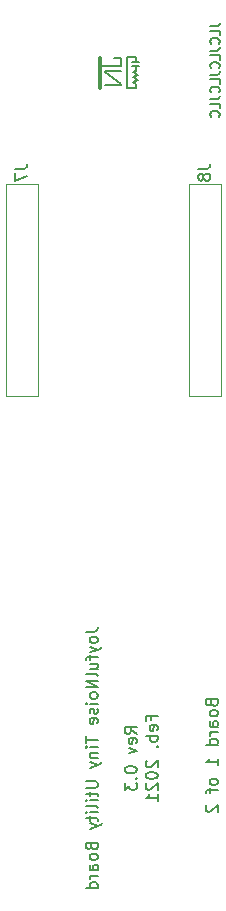
<source format=gbr>
G04 #@! TF.GenerationSoftware,KiCad,Pcbnew,(5.1.9-0-10_14)*
G04 #@! TF.CreationDate,2021-02-07T03:36:00-06:00*
G04 #@! TF.ProjectId,JNTUB_board1,4a4e5455-425f-4626-9f61-7264312e6b69,rev?*
G04 #@! TF.SameCoordinates,Original*
G04 #@! TF.FileFunction,Legend,Bot*
G04 #@! TF.FilePolarity,Positive*
%FSLAX46Y46*%
G04 Gerber Fmt 4.6, Leading zero omitted, Abs format (unit mm)*
G04 Created by KiCad (PCBNEW (5.1.9-0-10_14)) date 2021-02-07 03:36:00*
%MOMM*%
%LPD*%
G01*
G04 APERTURE LIST*
%ADD10C,0.150000*%
%ADD11C,0.200000*%
%ADD12C,0.300000*%
%ADD13C,0.120000*%
G04 APERTURE END LIST*
D10*
X235781904Y-76970547D02*
X236353333Y-76970547D01*
X236467619Y-76932452D01*
X236543809Y-76856261D01*
X236581904Y-76741976D01*
X236581904Y-76665785D01*
X236581904Y-77732452D02*
X236581904Y-77351500D01*
X235781904Y-77351500D01*
X236505714Y-78456261D02*
X236543809Y-78418166D01*
X236581904Y-78303880D01*
X236581904Y-78227690D01*
X236543809Y-78113404D01*
X236467619Y-78037214D01*
X236391428Y-77999119D01*
X236239047Y-77961023D01*
X236124761Y-77961023D01*
X235972380Y-77999119D01*
X235896190Y-78037214D01*
X235820000Y-78113404D01*
X235781904Y-78227690D01*
X235781904Y-78303880D01*
X235820000Y-78418166D01*
X235858095Y-78456261D01*
X235781904Y-79027690D02*
X236353333Y-79027690D01*
X236467619Y-78989595D01*
X236543809Y-78913404D01*
X236581904Y-78799119D01*
X236581904Y-78722928D01*
X236581904Y-79789595D02*
X236581904Y-79408642D01*
X235781904Y-79408642D01*
X236505714Y-80513404D02*
X236543809Y-80475309D01*
X236581904Y-80361023D01*
X236581904Y-80284833D01*
X236543809Y-80170547D01*
X236467619Y-80094357D01*
X236391428Y-80056261D01*
X236239047Y-80018166D01*
X236124761Y-80018166D01*
X235972380Y-80056261D01*
X235896190Y-80094357D01*
X235820000Y-80170547D01*
X235781904Y-80284833D01*
X235781904Y-80361023D01*
X235820000Y-80475309D01*
X235858095Y-80513404D01*
X235781904Y-81084833D02*
X236353333Y-81084833D01*
X236467619Y-81046738D01*
X236543809Y-80970547D01*
X236581904Y-80856261D01*
X236581904Y-80780071D01*
X236581904Y-81846738D02*
X236581904Y-81465785D01*
X235781904Y-81465785D01*
X236505714Y-82570547D02*
X236543809Y-82532452D01*
X236581904Y-82418166D01*
X236581904Y-82341976D01*
X236543809Y-82227690D01*
X236467619Y-82151500D01*
X236391428Y-82113404D01*
X236239047Y-82075309D01*
X236124761Y-82075309D01*
X235972380Y-82113404D01*
X235896190Y-82151500D01*
X235820000Y-82227690D01*
X235781904Y-82341976D01*
X235781904Y-82418166D01*
X235820000Y-82532452D01*
X235858095Y-82570547D01*
X235781904Y-83141976D02*
X236353333Y-83141976D01*
X236467619Y-83103880D01*
X236543809Y-83027690D01*
X236581904Y-82913404D01*
X236581904Y-82837214D01*
X236581904Y-83903880D02*
X236581904Y-83522928D01*
X235781904Y-83522928D01*
X236505714Y-84627690D02*
X236543809Y-84589595D01*
X236581904Y-84475309D01*
X236581904Y-84399119D01*
X236543809Y-84284833D01*
X236467619Y-84208642D01*
X236391428Y-84170547D01*
X236239047Y-84132452D01*
X236124761Y-84132452D01*
X235972380Y-84170547D01*
X235896190Y-84208642D01*
X235820000Y-84284833D01*
X235781904Y-84399119D01*
X235781904Y-84475309D01*
X235820000Y-84589595D01*
X235858095Y-84627690D01*
D11*
X235894571Y-134255428D02*
X235942190Y-134398285D01*
X235989809Y-134445904D01*
X236085047Y-134493523D01*
X236227904Y-134493523D01*
X236323142Y-134445904D01*
X236370761Y-134398285D01*
X236418380Y-134303047D01*
X236418380Y-133922095D01*
X235418380Y-133922095D01*
X235418380Y-134255428D01*
X235466000Y-134350666D01*
X235513619Y-134398285D01*
X235608857Y-134445904D01*
X235704095Y-134445904D01*
X235799333Y-134398285D01*
X235846952Y-134350666D01*
X235894571Y-134255428D01*
X235894571Y-133922095D01*
X236418380Y-135064952D02*
X236370761Y-134969714D01*
X236323142Y-134922095D01*
X236227904Y-134874476D01*
X235942190Y-134874476D01*
X235846952Y-134922095D01*
X235799333Y-134969714D01*
X235751714Y-135064952D01*
X235751714Y-135207809D01*
X235799333Y-135303047D01*
X235846952Y-135350666D01*
X235942190Y-135398285D01*
X236227904Y-135398285D01*
X236323142Y-135350666D01*
X236370761Y-135303047D01*
X236418380Y-135207809D01*
X236418380Y-135064952D01*
X236418380Y-136255428D02*
X235894571Y-136255428D01*
X235799333Y-136207809D01*
X235751714Y-136112571D01*
X235751714Y-135922095D01*
X235799333Y-135826857D01*
X236370761Y-136255428D02*
X236418380Y-136160190D01*
X236418380Y-135922095D01*
X236370761Y-135826857D01*
X236275523Y-135779238D01*
X236180285Y-135779238D01*
X236085047Y-135826857D01*
X236037428Y-135922095D01*
X236037428Y-136160190D01*
X235989809Y-136255428D01*
X236418380Y-136731619D02*
X235751714Y-136731619D01*
X235942190Y-136731619D02*
X235846952Y-136779238D01*
X235799333Y-136826857D01*
X235751714Y-136922095D01*
X235751714Y-137017333D01*
X236418380Y-137779238D02*
X235418380Y-137779238D01*
X236370761Y-137779238D02*
X236418380Y-137684000D01*
X236418380Y-137493523D01*
X236370761Y-137398285D01*
X236323142Y-137350666D01*
X236227904Y-137303047D01*
X235942190Y-137303047D01*
X235846952Y-137350666D01*
X235799333Y-137398285D01*
X235751714Y-137493523D01*
X235751714Y-137684000D01*
X235799333Y-137779238D01*
X236418380Y-139541142D02*
X236418380Y-138969714D01*
X236418380Y-139255428D02*
X235418380Y-139255428D01*
X235561238Y-139160190D01*
X235656476Y-139064952D01*
X235704095Y-138969714D01*
X236418380Y-140874476D02*
X236370761Y-140779238D01*
X236323142Y-140731619D01*
X236227904Y-140684000D01*
X235942190Y-140684000D01*
X235846952Y-140731619D01*
X235799333Y-140779238D01*
X235751714Y-140874476D01*
X235751714Y-141017333D01*
X235799333Y-141112571D01*
X235846952Y-141160190D01*
X235942190Y-141207809D01*
X236227904Y-141207809D01*
X236323142Y-141160190D01*
X236370761Y-141112571D01*
X236418380Y-141017333D01*
X236418380Y-140874476D01*
X235751714Y-141493523D02*
X235751714Y-141874476D01*
X236418380Y-141636380D02*
X235561238Y-141636380D01*
X235466000Y-141684000D01*
X235418380Y-141779238D01*
X235418380Y-141874476D01*
X235513619Y-142922095D02*
X235466000Y-142969714D01*
X235418380Y-143064952D01*
X235418380Y-143303047D01*
X235466000Y-143398285D01*
X235513619Y-143445904D01*
X235608857Y-143493523D01*
X235704095Y-143493523D01*
X235846952Y-143445904D01*
X236418380Y-142874476D01*
X236418380Y-143493523D01*
X229560380Y-136866571D02*
X229084190Y-136533238D01*
X229560380Y-136295142D02*
X228560380Y-136295142D01*
X228560380Y-136676095D01*
X228608000Y-136771333D01*
X228655619Y-136818952D01*
X228750857Y-136866571D01*
X228893714Y-136866571D01*
X228988952Y-136818952D01*
X229036571Y-136771333D01*
X229084190Y-136676095D01*
X229084190Y-136295142D01*
X229512761Y-137676095D02*
X229560380Y-137580857D01*
X229560380Y-137390380D01*
X229512761Y-137295142D01*
X229417523Y-137247523D01*
X229036571Y-137247523D01*
X228941333Y-137295142D01*
X228893714Y-137390380D01*
X228893714Y-137580857D01*
X228941333Y-137676095D01*
X229036571Y-137723714D01*
X229131809Y-137723714D01*
X229227047Y-137247523D01*
X228893714Y-138057047D02*
X229560380Y-138295142D01*
X228893714Y-138533238D01*
X228560380Y-139866571D02*
X228560380Y-139961809D01*
X228608000Y-140057047D01*
X228655619Y-140104666D01*
X228750857Y-140152285D01*
X228941333Y-140199904D01*
X229179428Y-140199904D01*
X229369904Y-140152285D01*
X229465142Y-140104666D01*
X229512761Y-140057047D01*
X229560380Y-139961809D01*
X229560380Y-139866571D01*
X229512761Y-139771333D01*
X229465142Y-139723714D01*
X229369904Y-139676095D01*
X229179428Y-139628476D01*
X228941333Y-139628476D01*
X228750857Y-139676095D01*
X228655619Y-139723714D01*
X228608000Y-139771333D01*
X228560380Y-139866571D01*
X229465142Y-140628476D02*
X229512761Y-140676095D01*
X229560380Y-140628476D01*
X229512761Y-140580857D01*
X229465142Y-140628476D01*
X229560380Y-140628476D01*
X228560380Y-141009428D02*
X228560380Y-141628476D01*
X228941333Y-141295142D01*
X228941333Y-141438000D01*
X228988952Y-141533238D01*
X229036571Y-141580857D01*
X229131809Y-141628476D01*
X229369904Y-141628476D01*
X229465142Y-141580857D01*
X229512761Y-141533238D01*
X229560380Y-141438000D01*
X229560380Y-141152285D01*
X229512761Y-141057047D01*
X229465142Y-141009428D01*
X230814571Y-135676095D02*
X230814571Y-135342761D01*
X231338380Y-135342761D02*
X230338380Y-135342761D01*
X230338380Y-135818952D01*
X231290761Y-136580857D02*
X231338380Y-136485619D01*
X231338380Y-136295142D01*
X231290761Y-136199904D01*
X231195523Y-136152285D01*
X230814571Y-136152285D01*
X230719333Y-136199904D01*
X230671714Y-136295142D01*
X230671714Y-136485619D01*
X230719333Y-136580857D01*
X230814571Y-136628476D01*
X230909809Y-136628476D01*
X231005047Y-136152285D01*
X231338380Y-137057047D02*
X230338380Y-137057047D01*
X230719333Y-137057047D02*
X230671714Y-137152285D01*
X230671714Y-137342761D01*
X230719333Y-137438000D01*
X230766952Y-137485619D01*
X230862190Y-137533238D01*
X231147904Y-137533238D01*
X231243142Y-137485619D01*
X231290761Y-137438000D01*
X231338380Y-137342761D01*
X231338380Y-137152285D01*
X231290761Y-137057047D01*
X231243142Y-137961809D02*
X231290761Y-138009428D01*
X231338380Y-137961809D01*
X231290761Y-137914190D01*
X231243142Y-137961809D01*
X231338380Y-137961809D01*
X230433619Y-139152285D02*
X230386000Y-139199904D01*
X230338380Y-139295142D01*
X230338380Y-139533238D01*
X230386000Y-139628476D01*
X230433619Y-139676095D01*
X230528857Y-139723714D01*
X230624095Y-139723714D01*
X230766952Y-139676095D01*
X231338380Y-139104666D01*
X231338380Y-139723714D01*
X230338380Y-140342761D02*
X230338380Y-140438000D01*
X230386000Y-140533238D01*
X230433619Y-140580857D01*
X230528857Y-140628476D01*
X230719333Y-140676095D01*
X230957428Y-140676095D01*
X231147904Y-140628476D01*
X231243142Y-140580857D01*
X231290761Y-140533238D01*
X231338380Y-140438000D01*
X231338380Y-140342761D01*
X231290761Y-140247523D01*
X231243142Y-140199904D01*
X231147904Y-140152285D01*
X230957428Y-140104666D01*
X230719333Y-140104666D01*
X230528857Y-140152285D01*
X230433619Y-140199904D01*
X230386000Y-140247523D01*
X230338380Y-140342761D01*
X230433619Y-141057047D02*
X230386000Y-141104666D01*
X230338380Y-141199904D01*
X230338380Y-141438000D01*
X230386000Y-141533238D01*
X230433619Y-141580857D01*
X230528857Y-141628476D01*
X230624095Y-141628476D01*
X230766952Y-141580857D01*
X231338380Y-141009428D01*
X231338380Y-141628476D01*
X231338380Y-142580857D02*
X231338380Y-142009428D01*
X231338380Y-142295142D02*
X230338380Y-142295142D01*
X230481238Y-142199904D01*
X230576476Y-142104666D01*
X230624095Y-142009428D01*
X225258380Y-128223714D02*
X225972666Y-128223714D01*
X226115523Y-128176095D01*
X226210761Y-128080857D01*
X226258380Y-127938000D01*
X226258380Y-127842761D01*
X226258380Y-128842761D02*
X226210761Y-128747523D01*
X226163142Y-128699904D01*
X226067904Y-128652285D01*
X225782190Y-128652285D01*
X225686952Y-128699904D01*
X225639333Y-128747523D01*
X225591714Y-128842761D01*
X225591714Y-128985619D01*
X225639333Y-129080857D01*
X225686952Y-129128476D01*
X225782190Y-129176095D01*
X226067904Y-129176095D01*
X226163142Y-129128476D01*
X226210761Y-129080857D01*
X226258380Y-128985619D01*
X226258380Y-128842761D01*
X225591714Y-129509428D02*
X226258380Y-129747523D01*
X225591714Y-129985619D02*
X226258380Y-129747523D01*
X226496476Y-129652285D01*
X226544095Y-129604666D01*
X226591714Y-129509428D01*
X225591714Y-130223714D02*
X225591714Y-130604666D01*
X226258380Y-130366571D02*
X225401238Y-130366571D01*
X225306000Y-130414190D01*
X225258380Y-130509428D01*
X225258380Y-130604666D01*
X225591714Y-131366571D02*
X226258380Y-131366571D01*
X225591714Y-130938000D02*
X226115523Y-130938000D01*
X226210761Y-130985619D01*
X226258380Y-131080857D01*
X226258380Y-131223714D01*
X226210761Y-131318952D01*
X226163142Y-131366571D01*
X226258380Y-131985619D02*
X226210761Y-131890380D01*
X226115523Y-131842761D01*
X225258380Y-131842761D01*
X226258380Y-132366571D02*
X225258380Y-132366571D01*
X226258380Y-132938000D01*
X225258380Y-132938000D01*
X226258380Y-133557047D02*
X226210761Y-133461809D01*
X226163142Y-133414190D01*
X226067904Y-133366571D01*
X225782190Y-133366571D01*
X225686952Y-133414190D01*
X225639333Y-133461809D01*
X225591714Y-133557047D01*
X225591714Y-133699904D01*
X225639333Y-133795142D01*
X225686952Y-133842761D01*
X225782190Y-133890380D01*
X226067904Y-133890380D01*
X226163142Y-133842761D01*
X226210761Y-133795142D01*
X226258380Y-133699904D01*
X226258380Y-133557047D01*
X226258380Y-134318952D02*
X225591714Y-134318952D01*
X225258380Y-134318952D02*
X225306000Y-134271333D01*
X225353619Y-134318952D01*
X225306000Y-134366571D01*
X225258380Y-134318952D01*
X225353619Y-134318952D01*
X226210761Y-134747523D02*
X226258380Y-134842761D01*
X226258380Y-135033238D01*
X226210761Y-135128476D01*
X226115523Y-135176095D01*
X226067904Y-135176095D01*
X225972666Y-135128476D01*
X225925047Y-135033238D01*
X225925047Y-134890380D01*
X225877428Y-134795142D01*
X225782190Y-134747523D01*
X225734571Y-134747523D01*
X225639333Y-134795142D01*
X225591714Y-134890380D01*
X225591714Y-135033238D01*
X225639333Y-135128476D01*
X226210761Y-135985619D02*
X226258380Y-135890380D01*
X226258380Y-135699904D01*
X226210761Y-135604666D01*
X226115523Y-135557047D01*
X225734571Y-135557047D01*
X225639333Y-135604666D01*
X225591714Y-135699904D01*
X225591714Y-135890380D01*
X225639333Y-135985619D01*
X225734571Y-136033238D01*
X225829809Y-136033238D01*
X225925047Y-135557047D01*
X225258380Y-137080857D02*
X225258380Y-137652285D01*
X226258380Y-137366571D02*
X225258380Y-137366571D01*
X226258380Y-137985619D02*
X225591714Y-137985619D01*
X225258380Y-137985619D02*
X225306000Y-137938000D01*
X225353619Y-137985619D01*
X225306000Y-138033238D01*
X225258380Y-137985619D01*
X225353619Y-137985619D01*
X225591714Y-138461809D02*
X226258380Y-138461809D01*
X225686952Y-138461809D02*
X225639333Y-138509428D01*
X225591714Y-138604666D01*
X225591714Y-138747523D01*
X225639333Y-138842761D01*
X225734571Y-138890380D01*
X226258380Y-138890380D01*
X225591714Y-139271333D02*
X226258380Y-139509428D01*
X225591714Y-139747523D02*
X226258380Y-139509428D01*
X226496476Y-139414190D01*
X226544095Y-139366571D01*
X226591714Y-139271333D01*
X225258380Y-140890380D02*
X226067904Y-140890380D01*
X226163142Y-140938000D01*
X226210761Y-140985619D01*
X226258380Y-141080857D01*
X226258380Y-141271333D01*
X226210761Y-141366571D01*
X226163142Y-141414190D01*
X226067904Y-141461809D01*
X225258380Y-141461809D01*
X225591714Y-141795142D02*
X225591714Y-142176095D01*
X225258380Y-141938000D02*
X226115523Y-141938000D01*
X226210761Y-141985619D01*
X226258380Y-142080857D01*
X226258380Y-142176095D01*
X226258380Y-142509428D02*
X225591714Y-142509428D01*
X225258380Y-142509428D02*
X225306000Y-142461809D01*
X225353619Y-142509428D01*
X225306000Y-142557047D01*
X225258380Y-142509428D01*
X225353619Y-142509428D01*
X226258380Y-143128476D02*
X226210761Y-143033238D01*
X226115523Y-142985619D01*
X225258380Y-142985619D01*
X226258380Y-143509428D02*
X225591714Y-143509428D01*
X225258380Y-143509428D02*
X225306000Y-143461809D01*
X225353619Y-143509428D01*
X225306000Y-143557047D01*
X225258380Y-143509428D01*
X225353619Y-143509428D01*
X225591714Y-143842761D02*
X225591714Y-144223714D01*
X225258380Y-143985619D02*
X226115523Y-143985619D01*
X226210761Y-144033238D01*
X226258380Y-144128476D01*
X226258380Y-144223714D01*
X225591714Y-144461809D02*
X226258380Y-144699904D01*
X225591714Y-144938000D02*
X226258380Y-144699904D01*
X226496476Y-144604666D01*
X226544095Y-144557047D01*
X226591714Y-144461809D01*
X225734571Y-146414190D02*
X225782190Y-146557047D01*
X225829809Y-146604666D01*
X225925047Y-146652285D01*
X226067904Y-146652285D01*
X226163142Y-146604666D01*
X226210761Y-146557047D01*
X226258380Y-146461809D01*
X226258380Y-146080857D01*
X225258380Y-146080857D01*
X225258380Y-146414190D01*
X225306000Y-146509428D01*
X225353619Y-146557047D01*
X225448857Y-146604666D01*
X225544095Y-146604666D01*
X225639333Y-146557047D01*
X225686952Y-146509428D01*
X225734571Y-146414190D01*
X225734571Y-146080857D01*
X226258380Y-147223714D02*
X226210761Y-147128476D01*
X226163142Y-147080857D01*
X226067904Y-147033238D01*
X225782190Y-147033238D01*
X225686952Y-147080857D01*
X225639333Y-147128476D01*
X225591714Y-147223714D01*
X225591714Y-147366571D01*
X225639333Y-147461809D01*
X225686952Y-147509428D01*
X225782190Y-147557047D01*
X226067904Y-147557047D01*
X226163142Y-147509428D01*
X226210761Y-147461809D01*
X226258380Y-147366571D01*
X226258380Y-147223714D01*
X226258380Y-148414190D02*
X225734571Y-148414190D01*
X225639333Y-148366571D01*
X225591714Y-148271333D01*
X225591714Y-148080857D01*
X225639333Y-147985619D01*
X226210761Y-148414190D02*
X226258380Y-148318952D01*
X226258380Y-148080857D01*
X226210761Y-147985619D01*
X226115523Y-147938000D01*
X226020285Y-147938000D01*
X225925047Y-147985619D01*
X225877428Y-148080857D01*
X225877428Y-148318952D01*
X225829809Y-148414190D01*
X226258380Y-148890380D02*
X225591714Y-148890380D01*
X225782190Y-148890380D02*
X225686952Y-148938000D01*
X225639333Y-148985619D01*
X225591714Y-149080857D01*
X225591714Y-149176095D01*
X226258380Y-149938000D02*
X225258380Y-149938000D01*
X226210761Y-149938000D02*
X226258380Y-149842761D01*
X226258380Y-149652285D01*
X226210761Y-149557047D01*
X226163142Y-149509428D01*
X226067904Y-149461809D01*
X225782190Y-149461809D01*
X225686952Y-149509428D01*
X225639333Y-149557047D01*
X225591714Y-149652285D01*
X225591714Y-149842761D01*
X225639333Y-149938000D01*
D10*
X229489000Y-80314800D02*
X229489000Y-80721200D01*
X229641400Y-81076800D02*
X229235000Y-81280000D01*
X228727000Y-79552800D02*
X228727000Y-82194400D01*
X226898200Y-80772000D02*
X226898200Y-80873600D01*
X229641400Y-81483200D02*
X229235000Y-81686400D01*
X229235000Y-80873600D02*
X229641400Y-81076800D01*
X229235000Y-81280000D02*
X229641400Y-81483200D01*
X229489000Y-80721200D02*
X229235000Y-80873600D01*
X228219000Y-81838800D02*
X228219000Y-81940400D01*
X229489000Y-79552800D02*
X229489000Y-80010000D01*
X228219000Y-81940400D02*
X226898200Y-81940400D01*
X229235000Y-81686400D02*
X229489000Y-81838800D01*
X228219000Y-80772000D02*
X226898200Y-80772000D01*
X229489000Y-80010000D02*
X229184200Y-80010000D01*
X227660200Y-79679800D02*
X228219000Y-79679800D01*
D12*
X226491800Y-79654400D02*
X226491800Y-82194400D01*
D10*
X228727000Y-79552800D02*
X229489000Y-79552800D01*
X226898200Y-80873600D02*
X228219000Y-81838800D01*
X229489000Y-80010000D02*
X229793800Y-80010000D01*
X228219000Y-79679800D02*
X228219000Y-80314800D01*
X228727000Y-82194400D02*
X229489000Y-82194400D01*
X229184200Y-80314800D02*
X229793800Y-80314800D01*
X228219000Y-80314800D02*
X226441000Y-80314800D01*
X229489000Y-81838800D02*
X229489000Y-82194400D01*
D13*
G04 #@! TO.C,J7*
X221170500Y-90360500D02*
X218510500Y-90360500D01*
X218510500Y-90360500D02*
X218507000Y-108264000D01*
X221170500Y-90360500D02*
X221167000Y-108264000D01*
X221167000Y-108264000D02*
X218507000Y-108264000D01*
G04 #@! TO.C,J8*
X236661000Y-108264000D02*
X234001000Y-108264000D01*
X236664500Y-90360500D02*
X236661000Y-108264000D01*
X234004500Y-90360500D02*
X234001000Y-108264000D01*
X236664500Y-90360500D02*
X234004500Y-90360500D01*
G04 #@! TO.C,J7*
D10*
X219289380Y-89030666D02*
X220003666Y-89030666D01*
X220146523Y-88983047D01*
X220241761Y-88887809D01*
X220289380Y-88744952D01*
X220289380Y-88649714D01*
X219289380Y-89411619D02*
X219289380Y-90078285D01*
X220289380Y-89649714D01*
G04 #@! TO.C,J8*
X234783380Y-89030666D02*
X235497666Y-89030666D01*
X235640523Y-88983047D01*
X235735761Y-88887809D01*
X235783380Y-88744952D01*
X235783380Y-88649714D01*
X235211952Y-89649714D02*
X235164333Y-89554476D01*
X235116714Y-89506857D01*
X235021476Y-89459238D01*
X234973857Y-89459238D01*
X234878619Y-89506857D01*
X234831000Y-89554476D01*
X234783380Y-89649714D01*
X234783380Y-89840190D01*
X234831000Y-89935428D01*
X234878619Y-89983047D01*
X234973857Y-90030666D01*
X235021476Y-90030666D01*
X235116714Y-89983047D01*
X235164333Y-89935428D01*
X235211952Y-89840190D01*
X235211952Y-89649714D01*
X235259571Y-89554476D01*
X235307190Y-89506857D01*
X235402428Y-89459238D01*
X235592904Y-89459238D01*
X235688142Y-89506857D01*
X235735761Y-89554476D01*
X235783380Y-89649714D01*
X235783380Y-89840190D01*
X235735761Y-89935428D01*
X235688142Y-89983047D01*
X235592904Y-90030666D01*
X235402428Y-90030666D01*
X235307190Y-89983047D01*
X235259571Y-89935428D01*
X235211952Y-89840190D01*
G04 #@! TD*
M02*

</source>
